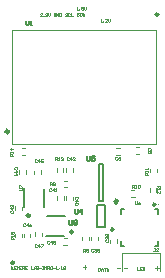
<source format=gto>
G04 Layer_Color=65535*
%FSLAX24Y24*%
%MOIN*%
G70*
G01*
G75*
%ADD25C,0.0051*%
%ADD27C,0.0079*%
%ADD28C,0.0098*%
%ADD30C,0.0100*%
%ADD32C,0.0050*%
%ADD52C,0.0039*%
%ADD53C,0.0030*%
%ADD54C,0.0030*%
D25*
X4525Y1799D02*
G03*
X4525Y1799I-1J0D01*
G01*
X4008Y1878D02*
X4276D01*
X4008D02*
Y2626D01*
X4276D01*
Y1878D02*
Y2626D01*
D27*
X1591Y2559D02*
Y3189D01*
X2252Y2567D02*
Y3173D01*
X5927Y2481D02*
X6036D01*
X4815D02*
X4923D01*
X5927Y1261D02*
X6036D01*
X4815D02*
X4923D01*
X6036Y2324D02*
Y2481D01*
Y1261D02*
Y1418D01*
X4815Y2324D02*
Y2481D01*
Y1261D02*
Y1418D01*
X4087Y2764D02*
Y3984D01*
X4205Y2764D02*
Y3984D01*
X4087D02*
X4205D01*
X4087Y2764D02*
X4205D01*
X2323Y1598D02*
X2913D01*
X2339Y2268D02*
X2929D01*
D28*
X1770Y2276D02*
G03*
X1770Y2276I-49J0D01*
G01*
X3211Y1728D02*
G03*
X3211Y1728I-49J0D01*
G01*
D30*
X6052Y8980D02*
G03*
X6052Y8980I-42J0D01*
G01*
X1245Y700D02*
G03*
X1245Y700I-45J0D01*
G01*
X4559Y1810D02*
G03*
X4559Y1810I-39J0D01*
G01*
X4704Y2754D02*
G03*
X4704Y2754I-56J0D01*
G01*
X5952Y2639D02*
G03*
X5952Y2639I-35J0D01*
G01*
X1075Y5073D02*
G03*
X1075Y5073I-59J0D01*
G01*
D32*
X4677Y2674D02*
G03*
X4677Y2674I-31J0D01*
G01*
X1644Y8767D02*
Y8642D01*
X1669Y8617D01*
X1719D01*
X1744Y8642D01*
Y8767D01*
X1794Y8617D02*
X1843D01*
X1819D01*
Y8767D01*
X1794Y8742D01*
X3271Y2477D02*
Y2352D01*
X3296Y2327D01*
X3346D01*
X3371Y2352D01*
Y2477D01*
X3496Y2327D02*
Y2477D01*
X3421Y2402D01*
X3521D01*
X3680Y4247D02*
Y4122D01*
X3705Y4097D01*
X3755D01*
X3780Y4122D01*
Y4247D01*
X3930D02*
X3830D01*
Y4172D01*
X3880Y4197D01*
X3905D01*
X3930Y4172D01*
Y4122D01*
X3905Y4097D01*
X3855D01*
X3830Y4122D01*
X3086Y2108D02*
Y1983D01*
X3111Y1958D01*
X3161D01*
X3186Y1983D01*
Y2108D01*
X3236Y2083D02*
X3261Y2108D01*
X3311D01*
X3336Y2083D01*
Y2058D01*
X3311Y2033D01*
X3336Y2008D01*
Y1983D01*
X3311Y1958D01*
X3261D01*
X3236Y1983D01*
Y2008D01*
X3261Y2033D01*
X3236Y2058D01*
Y2083D01*
X3261Y2033D02*
X3311D01*
D52*
X1055Y5074D02*
G03*
X1055Y5074I-39J0D01*
G01*
X6055Y2639D02*
G03*
X6055Y2639I-20J0D01*
G01*
X1184Y4670D02*
Y8470D01*
Y4670D02*
X5984D01*
Y8470D01*
X1184D02*
X5984D01*
D53*
X1915Y3648D02*
Y3768D01*
X6106Y429D02*
X6108Y427D01*
X6106Y429D02*
Y1025D01*
X6104Y1027D02*
X6106Y1025D01*
X4860Y1027D02*
X6104D01*
X4849Y1016D02*
X4860Y1027D01*
X4849Y430D02*
Y1016D01*
X6015Y458D02*
Y607D01*
X5955Y532D02*
X6066D01*
X4902Y512D02*
X5008D01*
X4674Y518D02*
X4780D01*
X3544Y552D02*
X3655D01*
X3604Y478D02*
Y627D01*
X5298Y4324D02*
X5418D01*
X5303Y4544D02*
X5423D01*
X4642Y4297D02*
X4762D01*
X4640Y4515D02*
X4760D01*
X5143Y2897D02*
X5263D01*
X5138Y3128D02*
X5258D01*
X5987Y3070D02*
Y3190D01*
X5769Y3067D02*
Y3187D01*
X5995Y3718D02*
Y3838D01*
X5772Y3718D02*
Y3838D01*
X4690Y1356D02*
Y1476D01*
X4458Y1352D02*
Y1472D01*
X4034Y1447D02*
Y1567D01*
X3811Y1444D02*
Y1564D01*
X3748Y1442D02*
Y1562D01*
X3522Y1447D02*
Y1567D01*
X3195Y2787D02*
Y2907D01*
X2977Y2789D02*
Y2909D01*
X2896Y2789D02*
Y2909D01*
X2681Y2789D02*
Y2909D01*
X2895Y3437D02*
X3015D01*
X2895Y3211D02*
X3015D01*
X3204Y3731D02*
Y3851D01*
X2982Y3724D02*
Y3844D01*
X2879Y3734D02*
Y3854D01*
X2664Y3729D02*
Y3849D01*
X2890Y1299D02*
X3010D01*
X2898Y1513D02*
X3018D01*
X2178Y1587D02*
Y1707D01*
X1956Y1589D02*
Y1709D01*
X1782Y1543D02*
Y1663D01*
X1567Y1543D02*
Y1663D01*
X1496Y1543D02*
Y1663D01*
X1279Y1546D02*
Y1666D01*
X1506Y2450D02*
Y2570D01*
X1276Y2455D02*
Y2575D01*
X2148Y3656D02*
Y3776D01*
X1634Y3664D02*
Y3784D01*
X1414Y3664D02*
Y3784D01*
X1498Y4307D02*
X1618D01*
X1499Y4534D02*
X1619D01*
X2477Y3163D02*
X2460Y3180D01*
X2427D01*
X2410Y3163D01*
Y3097D01*
X2427Y3080D01*
X2460D01*
X2477Y3097D01*
X2560Y3080D02*
Y3180D01*
X2510Y3130D01*
X2577D01*
X2610Y3080D02*
X2643D01*
X2627D01*
Y3180D01*
X2610Y3163D01*
X5951Y1186D02*
X5917D01*
X5934D01*
Y1103D01*
X5917Y1086D01*
X5901D01*
X5884Y1103D01*
X6051Y1086D02*
X5984D01*
X6051Y1153D01*
Y1169D01*
X6034Y1186D01*
X6001D01*
X5984Y1169D01*
X5788Y4452D02*
X5805Y4469D01*
Y4502D01*
X5788Y4519D01*
X5722D01*
X5705Y4502D01*
Y4469D01*
X5722Y4452D01*
X5805Y4352D02*
Y4419D01*
X5755D01*
X5772Y4386D01*
Y4369D01*
X5755Y4352D01*
X5722D01*
X5705Y4369D01*
Y4402D01*
X5722Y4419D01*
X4685Y4220D02*
X4668Y4237D01*
X4635D01*
X4618Y4220D01*
Y4154D01*
X4635Y4137D01*
X4668D01*
X4685Y4154D01*
X4785Y4237D02*
X4751Y4220D01*
X4718Y4187D01*
Y4154D01*
X4735Y4137D01*
X4768D01*
X4785Y4154D01*
Y4170D01*
X4768Y4187D01*
X4718D01*
X1415Y3119D02*
X1498D01*
X1515Y3136D01*
Y3169D01*
X1498Y3186D01*
X1415D01*
Y3219D02*
Y3286D01*
X1432D01*
X1498Y3219D01*
X1515D01*
X4309Y1462D02*
X4292Y1445D01*
Y1412D01*
X4309Y1395D01*
X4375D01*
X4392Y1412D01*
Y1445D01*
X4375Y1462D01*
X4309Y1495D02*
X4292Y1512D01*
Y1545D01*
X4309Y1562D01*
X4325D01*
X4342Y1545D01*
Y1528D01*
Y1545D01*
X4359Y1562D01*
X4375D01*
X4392Y1545D01*
Y1512D01*
X4375Y1495D01*
X4309Y1595D02*
X4292Y1612D01*
Y1645D01*
X4309Y1662D01*
X4325D01*
X4342Y1645D01*
X4359Y1662D01*
X4375D01*
X4392Y1645D01*
Y1612D01*
X4375Y1595D01*
X4359D01*
X4342Y1612D01*
X4325Y1595D01*
X4309D01*
X4342Y1612D02*
Y1645D01*
X3879Y1154D02*
X3862Y1171D01*
X3829D01*
X3812Y1154D01*
Y1088D01*
X3829Y1071D01*
X3862D01*
X3879Y1088D01*
X3912Y1154D02*
X3929Y1171D01*
X3962D01*
X3979Y1154D01*
Y1138D01*
X3962Y1121D01*
X3945D01*
X3962D01*
X3979Y1104D01*
Y1088D01*
X3962Y1071D01*
X3929D01*
X3912Y1088D01*
X4012D02*
X4029Y1071D01*
X4062D01*
X4079Y1088D01*
Y1154D01*
X4062Y1171D01*
X4029D01*
X4012Y1154D01*
Y1138D01*
X4029Y1121D01*
X4079D01*
X3344Y2831D02*
X3361Y2848D01*
Y2881D01*
X3344Y2898D01*
X3278D01*
X3261Y2881D01*
Y2848D01*
X3278Y2831D01*
X3261Y2748D02*
X3361D01*
X3311Y2798D01*
Y2731D01*
X3344Y2698D02*
X3361Y2681D01*
Y2648D01*
X3344Y2631D01*
X3278D01*
X3261Y2648D01*
Y2681D01*
X3278Y2698D01*
X3344D01*
X3062Y4206D02*
X3045Y4223D01*
X3012D01*
X2995Y4206D01*
Y4140D01*
X3012Y4123D01*
X3045D01*
X3062Y4140D01*
X3145Y4123D02*
Y4223D01*
X3095Y4173D01*
X3162D01*
X3262Y4123D02*
X3195D01*
X3262Y4190D01*
Y4206D01*
X3245Y4223D01*
X3212D01*
X3195Y4206D01*
X1141Y2433D02*
X1124Y2416D01*
Y2383D01*
X1141Y2366D01*
X1207D01*
X1224Y2383D01*
Y2416D01*
X1207Y2433D01*
X1224Y2516D02*
X1124D01*
X1174Y2466D01*
Y2533D01*
X1141Y2566D02*
X1124Y2583D01*
Y2616D01*
X1141Y2633D01*
X1157D01*
X1174Y2616D01*
Y2599D01*
Y2616D01*
X1191Y2633D01*
X1207D01*
X1224Y2616D01*
Y2583D01*
X1207Y2566D01*
X1331Y3812D02*
X1348Y3829D01*
Y3862D01*
X1331Y3879D01*
X1265D01*
X1248Y3862D01*
Y3829D01*
X1265Y3812D01*
X1248Y3729D02*
X1348D01*
X1298Y3779D01*
Y3712D01*
X1248Y3629D02*
X1348D01*
X1298Y3679D01*
Y3612D01*
X2005Y4124D02*
X1988Y4141D01*
X1955D01*
X1938Y4124D01*
Y4057D01*
X1955Y4041D01*
X1988D01*
X2005Y4057D01*
X2088Y4041D02*
Y4141D01*
X2038Y4091D01*
X2105D01*
X2205Y4141D02*
X2138D01*
Y4091D01*
X2172Y4107D01*
X2188D01*
X2205Y4091D01*
Y4057D01*
X2188Y4041D01*
X2155D01*
X2138Y4057D01*
X1624Y2003D02*
X1607Y2020D01*
X1574D01*
X1557Y2003D01*
Y1937D01*
X1574Y1920D01*
X1607D01*
X1624Y1937D01*
X1707Y1920D02*
Y2020D01*
X1657Y1970D01*
X1724D01*
X1824Y2020D02*
X1790Y2003D01*
X1757Y1970D01*
Y1937D01*
X1774Y1920D01*
X1807D01*
X1824Y1937D01*
Y1953D01*
X1807Y1970D01*
X1757D01*
X2009Y1301D02*
X1992Y1318D01*
X1959D01*
X1942Y1301D01*
Y1235D01*
X1959Y1218D01*
X1992D01*
X2009Y1235D01*
X2092Y1218D02*
Y1318D01*
X2042Y1268D01*
X2109D01*
X2142Y1318D02*
X2209D01*
Y1301D01*
X2142Y1235D01*
Y1218D01*
X2413Y1421D02*
X2396Y1438D01*
X2363D01*
X2346Y1421D01*
Y1355D01*
X2363Y1338D01*
X2396D01*
X2413Y1355D01*
X2496Y1338D02*
Y1438D01*
X2446Y1388D01*
X2513D01*
X2546Y1421D02*
X2563Y1438D01*
X2596D01*
X2613Y1421D01*
Y1405D01*
X2596Y1388D01*
X2613Y1371D01*
Y1355D01*
X2596Y1338D01*
X2563D01*
X2546Y1355D01*
Y1371D01*
X2563Y1388D01*
X2546Y1405D01*
Y1421D01*
X2563Y1388D02*
X2596D01*
X2436Y3275D02*
Y3375D01*
X2486D01*
X2503Y3358D01*
Y3325D01*
X2486Y3308D01*
X2436D01*
X2469D02*
X2503Y3275D01*
X2536Y3358D02*
X2553Y3375D01*
X2586D01*
X2603Y3358D01*
Y3342D01*
X2586Y3325D01*
X2603Y3308D01*
Y3292D01*
X2586Y3275D01*
X2553D01*
X2536Y3292D01*
Y3308D01*
X2553Y3325D01*
X2536Y3342D01*
Y3358D01*
X2553Y3325D02*
X2586D01*
X3555Y1071D02*
Y1171D01*
X3605D01*
X3622Y1154D01*
Y1121D01*
X3605Y1104D01*
X3555D01*
X3588D02*
X3622Y1071D01*
X3655Y1088D02*
X3672Y1071D01*
X3705D01*
X3722Y1088D01*
Y1154D01*
X3705Y1171D01*
X3672D01*
X3655Y1154D01*
Y1138D01*
X3672Y1121D01*
X3722D01*
X5184Y3195D02*
Y3295D01*
X5234D01*
X5250Y3279D01*
Y3245D01*
X5234Y3229D01*
X5184D01*
X5217D02*
X5250Y3195D01*
X5284D02*
X5317D01*
X5300D01*
Y3295D01*
X5284Y3279D01*
X5367D02*
X5383Y3295D01*
X5417D01*
X5433Y3279D01*
Y3212D01*
X5417Y3195D01*
X5383D01*
X5367Y3212D01*
Y3279D01*
X5700Y3633D02*
X5600D01*
Y3683D01*
X5617Y3700D01*
X5650D01*
X5667Y3683D01*
Y3633D01*
Y3666D02*
X5700Y3700D01*
Y3733D02*
Y3766D01*
Y3750D01*
X5600D01*
X5617Y3733D01*
X5700Y3816D02*
Y3850D01*
Y3833D01*
X5600D01*
X5617Y3816D01*
X6025Y3271D02*
X6125D01*
Y3221D01*
X6108Y3204D01*
X6075D01*
X6058Y3221D01*
Y3271D01*
Y3238D02*
X6025Y3204D01*
Y3171D02*
Y3138D01*
Y3154D01*
X6125D01*
X6108Y3171D01*
X6025Y3021D02*
Y3088D01*
X6092Y3021D01*
X6108D01*
X6125Y3038D01*
Y3071D01*
X6108Y3088D01*
X2616Y4123D02*
Y4223D01*
X2666D01*
X2683Y4206D01*
Y4173D01*
X2666Y4156D01*
X2616D01*
X2649D02*
X2683Y4123D01*
X2716D02*
X2749D01*
X2733D01*
Y4223D01*
X2716Y4206D01*
X2799D02*
X2816Y4223D01*
X2849D01*
X2866Y4206D01*
Y4190D01*
X2849Y4173D01*
X2833D01*
X2849D01*
X2866Y4156D01*
Y4140D01*
X2849Y4123D01*
X2816D01*
X2799Y4140D01*
X1206Y4271D02*
X1106D01*
Y4321D01*
X1123Y4338D01*
X1156D01*
X1173Y4321D01*
Y4271D01*
Y4304D02*
X1206Y4338D01*
Y4371D02*
Y4404D01*
Y4388D01*
X1106D01*
X1123Y4371D01*
X1206Y4504D02*
X1106D01*
X1156Y4454D01*
Y4521D01*
X1227Y1482D02*
X1127D01*
Y1532D01*
X1144Y1549D01*
X1177D01*
X1194Y1532D01*
Y1482D01*
Y1515D02*
X1227Y1549D01*
Y1582D02*
Y1615D01*
Y1599D01*
X1127D01*
X1144Y1582D01*
X1127Y1732D02*
Y1665D01*
X1177D01*
X1160Y1699D01*
Y1715D01*
X1177Y1732D01*
X1210D01*
X1227Y1715D01*
Y1682D01*
X1210Y1665D01*
D54*
X5290Y2750D02*
Y2667D01*
X5307Y2650D01*
X5340D01*
X5356Y2667D01*
Y2750D01*
X5456D02*
X5423Y2733D01*
X5390Y2700D01*
Y2667D01*
X5406Y2650D01*
X5440D01*
X5456Y2667D01*
Y2683D01*
X5440Y2700D01*
X5390D01*
X2180Y8919D02*
X2117D01*
X2180Y8982D01*
Y8997D01*
X2165Y9013D01*
X2133D01*
X2117Y8997D01*
X2212Y8919D02*
Y8934D01*
X2228D01*
Y8919D01*
X2212D01*
X2291Y8934D02*
X2306Y8919D01*
X2338D01*
X2354Y8934D01*
Y8997D01*
X2338Y9013D01*
X2306D01*
X2291Y8997D01*
Y8982D01*
X2306Y8966D01*
X2354D01*
X2385Y9013D02*
Y8950D01*
X2417Y8919D01*
X2448Y8950D01*
Y9013D01*
X5340Y544D02*
Y450D01*
X5403D01*
X5497Y544D02*
X5434D01*
Y450D01*
X5497D01*
X5434Y497D02*
X5466D01*
X5529Y544D02*
Y450D01*
X5576D01*
X5592Y466D01*
Y529D01*
X5576Y544D01*
X5529D01*
X4043Y524D02*
Y430D01*
X4090D01*
X4106Y446D01*
Y509D01*
X4090Y524D01*
X4043D01*
X4137Y430D02*
Y493D01*
X4169Y524D01*
X4200Y493D01*
Y430D01*
Y477D01*
X4137D01*
X4232Y524D02*
X4295D01*
X4263D01*
Y430D01*
X4326D02*
Y493D01*
X4358Y524D01*
X4389Y493D01*
Y430D01*
Y477D01*
X4326D01*
X1141Y577D02*
Y483D01*
Y514D01*
X1204Y577D01*
X1157Y530D01*
X1204Y483D01*
X1298Y577D02*
X1235D01*
Y483D01*
X1298D01*
X1235Y530D02*
X1267D01*
X1330Y483D02*
Y577D01*
X1361Y546D01*
X1393Y577D01*
Y483D01*
X1487Y577D02*
X1424D01*
Y483D01*
X1487D01*
X1424Y530D02*
X1456D01*
X1519Y483D02*
Y577D01*
X1566D01*
X1582Y562D01*
Y530D01*
X1566Y514D01*
X1519D01*
X1550D02*
X1582Y483D01*
X1676Y577D02*
X1613D01*
Y483D01*
X1676D01*
X1613Y530D02*
X1645D01*
X1802Y577D02*
Y483D01*
X1865D01*
X1897D02*
Y546D01*
X1928Y577D01*
X1960Y546D01*
Y483D01*
Y530D01*
X1897D01*
X1991Y577D02*
Y483D01*
X2038D01*
X2054Y499D01*
Y514D01*
X2038Y530D01*
X1991D01*
X2038D01*
X2054Y546D01*
Y562D01*
X2038Y577D01*
X1991D01*
X2086Y530D02*
X2149D01*
X2180Y577D02*
X2212D01*
X2196D01*
Y483D01*
X2180D01*
X2212D01*
X2259D02*
Y577D01*
X2290Y546D01*
X2322Y577D01*
Y483D01*
X2353D02*
Y577D01*
X2400D01*
X2416Y562D01*
Y530D01*
X2400Y514D01*
X2353D01*
X2385D02*
X2416Y483D01*
X2448Y562D02*
X2463Y577D01*
X2495D01*
X2511Y562D01*
Y499D01*
X2495Y483D01*
X2463D01*
X2448Y499D01*
Y562D01*
X2542Y530D02*
X2605D01*
X2637Y483D02*
X2668D01*
X2652D01*
Y577D01*
X2637Y562D01*
X2715Y483D02*
X2778Y546D01*
X2810Y483D02*
X2841D01*
X2825D01*
Y577D01*
X2810Y562D01*
X2888D02*
X2904Y577D01*
X2936D01*
X2951Y562D01*
Y546D01*
X2936Y530D01*
X2951Y514D01*
Y499D01*
X2936Y483D01*
X2904D01*
X2888Y499D01*
Y514D01*
X2904Y530D01*
X2888Y546D01*
Y562D01*
X2904Y530D02*
X2936D01*
X4130Y8730D02*
X4161D01*
X4146D01*
Y8824D01*
X4130Y8809D01*
X4209Y8730D02*
Y8746D01*
X4224D01*
Y8730D01*
X4209D01*
X4350D02*
X4287D01*
X4350Y8793D01*
Y8809D01*
X4335Y8824D01*
X4303D01*
X4287Y8809D01*
X4382Y8824D02*
Y8761D01*
X4413Y8730D01*
X4445Y8761D01*
Y8824D01*
X3330Y9136D02*
X3362D01*
X3346D01*
Y9230D01*
X3330Y9215D01*
X3409Y9136D02*
Y9152D01*
X3425D01*
Y9136D01*
X3409D01*
X3488Y9215D02*
X3504Y9230D01*
X3535D01*
X3551Y9215D01*
Y9199D01*
X3535Y9183D01*
X3551Y9168D01*
Y9152D01*
X3535Y9136D01*
X3504D01*
X3488Y9152D01*
Y9168D01*
X3504Y9183D01*
X3488Y9199D01*
Y9215D01*
X3504Y9183D02*
X3535D01*
X3582Y9230D02*
Y9168D01*
X3614Y9136D01*
X3645Y9168D01*
Y9230D01*
X3400Y9009D02*
X3385Y9025D01*
X3353D01*
X3337Y9009D01*
Y8993D01*
X3353Y8977D01*
X3385D01*
X3400Y8962D01*
Y8946D01*
X3385Y8930D01*
X3353D01*
X3337Y8946D01*
X3432Y9025D02*
Y8930D01*
X3479D01*
X3495Y8946D01*
Y9009D01*
X3479Y9025D01*
X3432D01*
X3526Y8930D02*
Y8993D01*
X3558Y9025D01*
X3589Y8993D01*
Y8930D01*
Y8977D01*
X3526D01*
X3011Y9003D02*
X2995Y9019D01*
X2964D01*
X2948Y9003D01*
Y8987D01*
X2964Y8972D01*
X2995D01*
X3011Y8956D01*
Y8940D01*
X2995Y8924D01*
X2964D01*
X2948Y8940D01*
X3106Y9003D02*
X3090Y9019D01*
X3058D01*
X3043Y9003D01*
Y8940D01*
X3058Y8924D01*
X3090D01*
X3106Y8940D01*
X3137Y9019D02*
Y8924D01*
X3200D01*
X2625Y9003D02*
X2609Y9019D01*
X2577D01*
X2562Y9003D01*
Y8940D01*
X2577Y8924D01*
X2609D01*
X2625Y8940D01*
Y8972D01*
X2593D01*
X2656Y8924D02*
Y9019D01*
X2719Y8924D01*
Y9019D01*
X2751D02*
Y8924D01*
X2798D01*
X2813Y8940D01*
Y9003D01*
X2798Y9019D01*
X2751D01*
M02*

</source>
